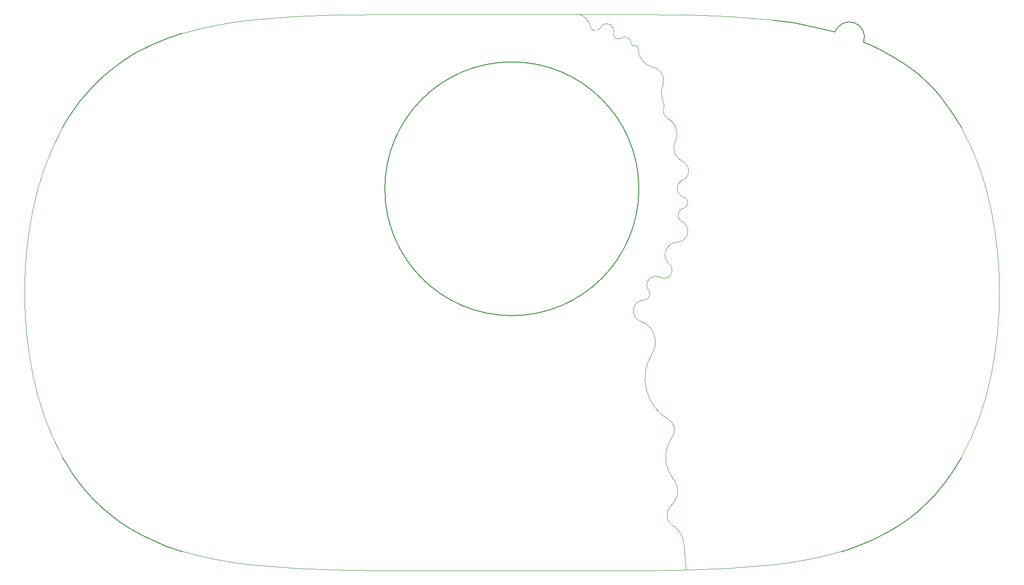
<source format=gbr>
G04 #@! TF.GenerationSoftware,KiCad,Pcbnew,(5.1.0-998-gf550ecaf1)*
G04 #@! TF.CreationDate,2019-06-15T22:28:28-07:00*
G04 #@! TF.ProjectId,Stylish-Belt-Synth - Full,5374796c-6973-4682-9d42-656c742d5379,rev?*
G04 #@! TF.SameCoordinates,Original*
G04 #@! TF.FileFunction,Profile,NP*
%FSLAX46Y46*%
G04 Gerber Fmt 4.6, Leading zero omitted, Abs format (unit mm)*
G04 Created by KiCad (PCBNEW (5.1.0-998-gf550ecaf1)) date 2019-06-15 22:28:28*
%MOMM*%
%LPD*%
G04 APERTURE LIST*
%ADD10C,0.099822*%
%ADD11C,0.150000*%
%ADD12C,0.200000*%
%ADD13C,0.100000*%
G04 APERTURE END LIST*
D10*
X179829857Y-150848612D02*
X180213000Y-155702000D01*
X179829857Y-150848612D02*
G75*
G03X178053601Y-147724182I-4265057J-357588D01*
G01*
X178053601Y-147724182D02*
G75*
G02X177506526Y-143943704I1041799J2080582D01*
G01*
X177506526Y-143943704D02*
G75*
G03X177816876Y-138874023I-2449726J2694304D01*
G01*
X177816876Y-138874023D02*
G75*
G02X177790107Y-131315435I4936124J3796823D01*
G01*
X177790108Y-131315435D02*
G75*
G03X176970323Y-128161000I-1895108J1191235D01*
G01*
X176970323Y-128161000D02*
G75*
G02X173956340Y-116282504I4487277J7460200D01*
G01*
X173956340Y-116282504D02*
G75*
G03X171845485Y-110218169I-3268340J2261904D01*
G01*
X171845485Y-110218169D02*
G75*
G02X172542843Y-106390835I772915J1836369D01*
G01*
X172542843Y-106390836D02*
G75*
G03X173339564Y-104477882I-26043J1133236D01*
G01*
X173339565Y-104477882D02*
G75*
G02X175622604Y-102320290I1361635J845882D01*
G01*
X175622604Y-102320290D02*
G75*
G03X176971145Y-99630936I551796J1406090D01*
G01*
X176971145Y-99630936D02*
G75*
G02X178724993Y-95813438I1743255J1510736D01*
G01*
X178724993Y-95813438D02*
G75*
G03X179445618Y-91988126I-162993J2011238D01*
G01*
X179445618Y-91988125D02*
G75*
G02X179877293Y-89571786I640382J1132325D01*
G01*
X179877293Y-89571786D02*
G75*
G03X179910005Y-87630967I-350093J976586D01*
G01*
X179910005Y-87630967D02*
G75*
G02X180011867Y-84302279I455395J1651967D01*
G01*
X180011867Y-84302279D02*
G75*
G03X179386268Y-80956490I-1246667J1498279D01*
G01*
X179386268Y-80956490D02*
G75*
G02X178382547Y-77149832I1360132J2394290D01*
G01*
X178382547Y-77149832D02*
G75*
G03X176629694Y-73027588I-3071747J1127632D01*
G01*
X176629694Y-73027588D02*
G75*
G02X176189696Y-71225835I1094106J1221788D01*
G01*
X176189696Y-71225835D02*
G75*
G03X176111990Y-70243530I-1056696J410635D01*
G01*
X176111990Y-70243530D02*
G75*
G02X176014733Y-66993554I4634410J1765130D01*
G01*
X176014732Y-66993554D02*
G75*
G03X174130256Y-63829499I-2253332J801154D01*
G01*
X174130256Y-63829499D02*
G75*
G02X171472941Y-60595250I875744J3428299D01*
G01*
X171472941Y-60595250D02*
G75*
G03X170840401Y-59944001I-556341J92450D01*
G01*
X170829339Y-59949824D02*
G75*
G02X170170591Y-59359800I-65139J590024D01*
G01*
X170170591Y-59359899D02*
G75*
G03X168314245Y-58602140I-1082791J99D01*
G01*
X168314660Y-58601926D02*
G75*
G02X167039980Y-57445926I-420660J816926D01*
G01*
X167039977Y-57445938D02*
G75*
G03X164545460Y-56768464I-1279577J219738D01*
G01*
X164545666Y-56768145D02*
G75*
G02X162752938Y-56234085I-817266J532545D01*
G01*
X162752162Y-56231491D02*
G75*
G03X160705799Y-54152801I-2986162J-893109D01*
G01*
D11*
X76430000Y-63510000D02*
X77630000Y-62660000D01*
X217940000Y-61910000D02*
X220470000Y-63500000D01*
X75400000Y-145760000D02*
X74080000Y-144620000D01*
X77180000Y-147070000D02*
X75400000Y-145760000D01*
X78880000Y-148150000D02*
X77180000Y-147070000D01*
X81060000Y-149370000D02*
X78880000Y-148150000D01*
X217510000Y-148490000D02*
X215870000Y-149390000D01*
X219450000Y-147300000D02*
X217510000Y-148490000D01*
X221230000Y-146050000D02*
X219450000Y-147300000D01*
X222560000Y-144940000D02*
X221230000Y-146050000D01*
X220470000Y-63500000D02*
X222650000Y-65120000D01*
X215630000Y-60670000D02*
X217940000Y-61910000D01*
X79820000Y-61260000D02*
X80970000Y-60620000D01*
X78620000Y-62010000D02*
X79820000Y-61260000D01*
X77630000Y-62660000D02*
X78620000Y-62010000D01*
X75150000Y-64520000D02*
X76430000Y-63510000D01*
X73930000Y-65560000D02*
X75150000Y-64520000D01*
X88362058Y-152298406D02*
X85490000Y-151360000D01*
X67450000Y-136710000D02*
X66489823Y-135042325D01*
X68520000Y-138340000D02*
X67450000Y-136710000D01*
X70530000Y-140970000D02*
X68520000Y-138340000D01*
X72140000Y-142750000D02*
X70530000Y-140970000D01*
X74080000Y-144620000D02*
X72140000Y-142750000D01*
X82680000Y-150170000D02*
X81060000Y-149370000D01*
X85490000Y-151360000D02*
X82680000Y-150170000D01*
X209960000Y-151900000D02*
X208640141Y-152298406D01*
X211950000Y-151180000D02*
X209960000Y-151900000D01*
X214200000Y-150210000D02*
X211950000Y-151180000D01*
X215870000Y-149390000D02*
X214200000Y-150210000D01*
X224620000Y-143000000D02*
X222560000Y-144940000D01*
X225670000Y-141890000D02*
X224620000Y-143000000D01*
X227690000Y-139440000D02*
X225670000Y-141890000D01*
X228710000Y-138020000D02*
X227690000Y-139440000D01*
X229860000Y-136200000D02*
X228710000Y-138020000D01*
X230512377Y-135042325D02*
X229860000Y-136200000D01*
X67760000Y-72800000D02*
X66489823Y-74964875D01*
X69770000Y-69980000D02*
X67760000Y-72800000D01*
X71850000Y-67560000D02*
X69770000Y-69980000D01*
X73930000Y-65560000D02*
X71850000Y-67560000D01*
X83290000Y-59530000D02*
X80970000Y-60620000D01*
X85990000Y-58460000D02*
X83290000Y-59530000D01*
X88362059Y-57708794D02*
X85990000Y-58460000D01*
X229720000Y-73590000D02*
X230512377Y-74964875D01*
X228620000Y-71870000D02*
X229720000Y-73590000D01*
X227780000Y-70680000D02*
X228620000Y-71870000D01*
X226530000Y-69100000D02*
X227780000Y-70680000D01*
X225500000Y-67920000D02*
X226530000Y-69100000D01*
X224340000Y-66710000D02*
X225500000Y-67920000D01*
X222650000Y-65120000D02*
X224340000Y-66710000D01*
X214010000Y-59880000D02*
X215630000Y-60670000D01*
X212609999Y-59279999D02*
X214010000Y-59880000D01*
X206630000Y-57280000D02*
X207405115Y-57413627D01*
X204880000Y-56810000D02*
X206630000Y-57280000D01*
X202570000Y-56300000D02*
X204880000Y-56810000D01*
X199890000Y-55750000D02*
X202570000Y-56300000D01*
X196203694Y-55269032D02*
X199890000Y-55750000D01*
X207405115Y-57413627D02*
G75*
G02X212609999Y-59279999I2604885J-926373D01*
G01*
D12*
X171632991Y-86051776D02*
G75*
G03X171632991Y-86051776I-23169991J0D01*
G01*
D13*
X179296496Y-54281971D02*
G75*
G02X196203694Y-55269032I-2209433J-183138863D01*
G01*
X179296496Y-54281971D02*
X170851904Y-54174585D01*
X117587076Y-54283442D02*
X126150296Y-54174585D01*
X160037453Y-54174585D02*
X148501100Y-54203600D01*
X136964747Y-54174585D02*
X148501100Y-54203600D01*
X170851904Y-54174585D02*
X160037453Y-54174585D01*
X126150296Y-54174585D02*
X136964747Y-54174585D01*
X117587077Y-155723759D02*
G75*
G02X100798506Y-154738168I2328060J183137393D01*
G01*
X66489823Y-135042325D02*
G75*
G02X61103601Y-120058635I46561744J25197603D01*
G01*
X196203695Y-154738167D02*
G75*
G02X179415124Y-155723758I-19116632J182151801D01*
G01*
X235898599Y-120058635D02*
G75*
G02X230512377Y-135042325I-51947966J10213913D01*
G01*
X208640141Y-152298406D02*
G75*
G02X196203694Y-154738168I-20151862J69805482D01*
G01*
X117587076Y-155723758D02*
X126150296Y-155832615D01*
X61103600Y-120058635D02*
G75*
G02X59601100Y-105003600I73147618J14902665D01*
G01*
X126150296Y-155832615D02*
X136964747Y-155832615D01*
X170851904Y-155832615D02*
X160037453Y-155832615D01*
X136964747Y-155832615D02*
X148501100Y-155803600D01*
X100798505Y-154738168D02*
G75*
G02X88362058Y-152298406I7715416J72245244D01*
G01*
X237401099Y-105003600D02*
G75*
G02X235898599Y-120058635I-74650117J-152370D01*
G01*
X179415124Y-155723758D02*
X170851904Y-155832615D01*
X160037453Y-155832615D02*
X148501100Y-155803600D01*
X235898600Y-89948565D02*
G75*
G02X237401100Y-105003600I-73147618J-14902665D01*
G01*
X230512377Y-74964875D02*
G75*
G02X235898599Y-89948565I-46561744J-25197603D01*
G01*
X100798505Y-55269033D02*
G75*
G02X117587076Y-54283442I19116632J-182151801D01*
G01*
X88362059Y-57708794D02*
G75*
G02X100798506Y-55269032I20151862J-69805482D01*
G01*
X61103601Y-89948565D02*
G75*
G02X66489823Y-74964875I51947966J-10213913D01*
G01*
X59601101Y-105003600D02*
G75*
G02X61103601Y-89948565I74650117J152370D01*
G01*
M02*

</source>
